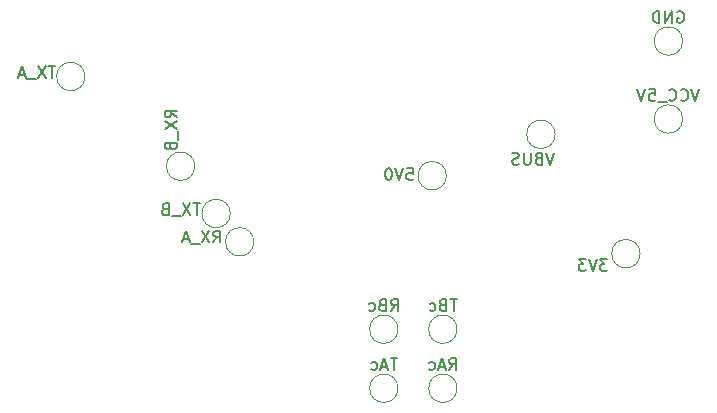
<source format=gbr>
%TF.GenerationSoftware,KiCad,Pcbnew,8.0.1*%
%TF.CreationDate,2024-03-30T20:31:03-07:00*%
%TF.ProjectId,babelfish,62616265-6c66-4697-9368-2e6b69636164,v0.3*%
%TF.SameCoordinates,Original*%
%TF.FileFunction,Legend,Bot*%
%TF.FilePolarity,Positive*%
%FSLAX46Y46*%
G04 Gerber Fmt 4.6, Leading zero omitted, Abs format (unit mm)*
G04 Created by KiCad (PCBNEW 8.0.1) date 2024-03-30 20:31:03*
%MOMM*%
%LPD*%
G01*
G04 APERTURE LIST*
%ADD10C,0.150000*%
%ADD11C,0.120000*%
%ADD12C,2.700000*%
%ADD13C,0.649987*%
%ADD14O,1.000000X2.100000*%
%ADD15O,1.000000X1.800000*%
%ADD16C,2.100000*%
%ADD17C,2.500000*%
%ADD18C,1.750000*%
%ADD19C,1.600000*%
%ADD20C,1.500000*%
%ADD21C,3.100000*%
%ADD22R,1.574803X1.574803*%
%ADD23C,1.574803*%
%ADD24C,5.000000*%
%ADD25C,2.000000*%
G04 APERTURE END LIST*
D10*
X37519047Y-16956819D02*
X37852380Y-16480628D01*
X38090475Y-16956819D02*
X38090475Y-15956819D01*
X38090475Y-15956819D02*
X37709523Y-15956819D01*
X37709523Y-15956819D02*
X37614285Y-16004438D01*
X37614285Y-16004438D02*
X37566666Y-16052057D01*
X37566666Y-16052057D02*
X37519047Y-16147295D01*
X37519047Y-16147295D02*
X37519047Y-16290152D01*
X37519047Y-16290152D02*
X37566666Y-16385390D01*
X37566666Y-16385390D02*
X37614285Y-16433009D01*
X37614285Y-16433009D02*
X37709523Y-16480628D01*
X37709523Y-16480628D02*
X38090475Y-16480628D01*
X36757142Y-16433009D02*
X36614285Y-16480628D01*
X36614285Y-16480628D02*
X36566666Y-16528247D01*
X36566666Y-16528247D02*
X36519047Y-16623485D01*
X36519047Y-16623485D02*
X36519047Y-16766342D01*
X36519047Y-16766342D02*
X36566666Y-16861580D01*
X36566666Y-16861580D02*
X36614285Y-16909200D01*
X36614285Y-16909200D02*
X36709523Y-16956819D01*
X36709523Y-16956819D02*
X37090475Y-16956819D01*
X37090475Y-16956819D02*
X37090475Y-15956819D01*
X37090475Y-15956819D02*
X36757142Y-15956819D01*
X36757142Y-15956819D02*
X36661904Y-16004438D01*
X36661904Y-16004438D02*
X36614285Y-16052057D01*
X36614285Y-16052057D02*
X36566666Y-16147295D01*
X36566666Y-16147295D02*
X36566666Y-16242533D01*
X36566666Y-16242533D02*
X36614285Y-16337771D01*
X36614285Y-16337771D02*
X36661904Y-16385390D01*
X36661904Y-16385390D02*
X36757142Y-16433009D01*
X36757142Y-16433009D02*
X37090475Y-16433009D01*
X35661904Y-16909200D02*
X35757142Y-16956819D01*
X35757142Y-16956819D02*
X35947618Y-16956819D01*
X35947618Y-16956819D02*
X36042856Y-16909200D01*
X36042856Y-16909200D02*
X36090475Y-16861580D01*
X36090475Y-16861580D02*
X36138094Y-16766342D01*
X36138094Y-16766342D02*
X36138094Y-16480628D01*
X36138094Y-16480628D02*
X36090475Y-16385390D01*
X36090475Y-16385390D02*
X36042856Y-16337771D01*
X36042856Y-16337771D02*
X35947618Y-16290152D01*
X35947618Y-16290152D02*
X35757142Y-16290152D01*
X35757142Y-16290152D02*
X35661904Y-16337771D01*
X22476190Y-11154819D02*
X22809523Y-10678628D01*
X23047618Y-11154819D02*
X23047618Y-10154819D01*
X23047618Y-10154819D02*
X22666666Y-10154819D01*
X22666666Y-10154819D02*
X22571428Y-10202438D01*
X22571428Y-10202438D02*
X22523809Y-10250057D01*
X22523809Y-10250057D02*
X22476190Y-10345295D01*
X22476190Y-10345295D02*
X22476190Y-10488152D01*
X22476190Y-10488152D02*
X22523809Y-10583390D01*
X22523809Y-10583390D02*
X22571428Y-10631009D01*
X22571428Y-10631009D02*
X22666666Y-10678628D01*
X22666666Y-10678628D02*
X23047618Y-10678628D01*
X22142856Y-10154819D02*
X21476190Y-11154819D01*
X21476190Y-10154819D02*
X22142856Y-11154819D01*
X21333333Y-11250057D02*
X20571428Y-11250057D01*
X20380951Y-10869104D02*
X19904761Y-10869104D01*
X20476189Y-11154819D02*
X20142856Y-10154819D01*
X20142856Y-10154819D02*
X19809523Y-11154819D01*
X38866666Y-4854819D02*
X39342856Y-4854819D01*
X39342856Y-4854819D02*
X39390475Y-5331009D01*
X39390475Y-5331009D02*
X39342856Y-5283390D01*
X39342856Y-5283390D02*
X39247618Y-5235771D01*
X39247618Y-5235771D02*
X39009523Y-5235771D01*
X39009523Y-5235771D02*
X38914285Y-5283390D01*
X38914285Y-5283390D02*
X38866666Y-5331009D01*
X38866666Y-5331009D02*
X38819047Y-5426247D01*
X38819047Y-5426247D02*
X38819047Y-5664342D01*
X38819047Y-5664342D02*
X38866666Y-5759580D01*
X38866666Y-5759580D02*
X38914285Y-5807200D01*
X38914285Y-5807200D02*
X39009523Y-5854819D01*
X39009523Y-5854819D02*
X39247618Y-5854819D01*
X39247618Y-5854819D02*
X39342856Y-5807200D01*
X39342856Y-5807200D02*
X39390475Y-5759580D01*
X38533332Y-4854819D02*
X38199999Y-5854819D01*
X38199999Y-5854819D02*
X37866666Y-4854819D01*
X37342856Y-4854819D02*
X37247618Y-4854819D01*
X37247618Y-4854819D02*
X37152380Y-4902438D01*
X37152380Y-4902438D02*
X37104761Y-4950057D01*
X37104761Y-4950057D02*
X37057142Y-5045295D01*
X37057142Y-5045295D02*
X37009523Y-5235771D01*
X37009523Y-5235771D02*
X37009523Y-5473866D01*
X37009523Y-5473866D02*
X37057142Y-5664342D01*
X37057142Y-5664342D02*
X37104761Y-5759580D01*
X37104761Y-5759580D02*
X37152380Y-5807200D01*
X37152380Y-5807200D02*
X37247618Y-5854819D01*
X37247618Y-5854819D02*
X37342856Y-5854819D01*
X37342856Y-5854819D02*
X37438094Y-5807200D01*
X37438094Y-5807200D02*
X37485713Y-5759580D01*
X37485713Y-5759580D02*
X37533332Y-5664342D01*
X37533332Y-5664342D02*
X37580951Y-5473866D01*
X37580951Y-5473866D02*
X37580951Y-5235771D01*
X37580951Y-5235771D02*
X37533332Y-5045295D01*
X37533332Y-5045295D02*
X37485713Y-4950057D01*
X37485713Y-4950057D02*
X37438094Y-4902438D01*
X37438094Y-4902438D02*
X37342856Y-4854819D01*
X55838094Y-12554819D02*
X55219047Y-12554819D01*
X55219047Y-12554819D02*
X55552380Y-12935771D01*
X55552380Y-12935771D02*
X55409523Y-12935771D01*
X55409523Y-12935771D02*
X55314285Y-12983390D01*
X55314285Y-12983390D02*
X55266666Y-13031009D01*
X55266666Y-13031009D02*
X55219047Y-13126247D01*
X55219047Y-13126247D02*
X55219047Y-13364342D01*
X55219047Y-13364342D02*
X55266666Y-13459580D01*
X55266666Y-13459580D02*
X55314285Y-13507200D01*
X55314285Y-13507200D02*
X55409523Y-13554819D01*
X55409523Y-13554819D02*
X55695237Y-13554819D01*
X55695237Y-13554819D02*
X55790475Y-13507200D01*
X55790475Y-13507200D02*
X55838094Y-13459580D01*
X54933332Y-12554819D02*
X54599999Y-13554819D01*
X54599999Y-13554819D02*
X54266666Y-12554819D01*
X54028570Y-12554819D02*
X53409523Y-12554819D01*
X53409523Y-12554819D02*
X53742856Y-12935771D01*
X53742856Y-12935771D02*
X53599999Y-12935771D01*
X53599999Y-12935771D02*
X53504761Y-12983390D01*
X53504761Y-12983390D02*
X53457142Y-13031009D01*
X53457142Y-13031009D02*
X53409523Y-13126247D01*
X53409523Y-13126247D02*
X53409523Y-13364342D01*
X53409523Y-13364342D02*
X53457142Y-13459580D01*
X53457142Y-13459580D02*
X53504761Y-13507200D01*
X53504761Y-13507200D02*
X53599999Y-13554819D01*
X53599999Y-13554819D02*
X53885713Y-13554819D01*
X53885713Y-13554819D02*
X53980951Y-13507200D01*
X53980951Y-13507200D02*
X54028570Y-13459580D01*
X61761904Y8395562D02*
X61857142Y8443181D01*
X61857142Y8443181D02*
X61999999Y8443181D01*
X61999999Y8443181D02*
X62142856Y8395562D01*
X62142856Y8395562D02*
X62238094Y8300324D01*
X62238094Y8300324D02*
X62285713Y8205086D01*
X62285713Y8205086D02*
X62333332Y8014610D01*
X62333332Y8014610D02*
X62333332Y7871753D01*
X62333332Y7871753D02*
X62285713Y7681277D01*
X62285713Y7681277D02*
X62238094Y7586039D01*
X62238094Y7586039D02*
X62142856Y7490800D01*
X62142856Y7490800D02*
X61999999Y7443181D01*
X61999999Y7443181D02*
X61904761Y7443181D01*
X61904761Y7443181D02*
X61761904Y7490800D01*
X61761904Y7490800D02*
X61714285Y7538420D01*
X61714285Y7538420D02*
X61714285Y7871753D01*
X61714285Y7871753D02*
X61904761Y7871753D01*
X61285713Y7443181D02*
X61285713Y8443181D01*
X61285713Y8443181D02*
X60714285Y7443181D01*
X60714285Y7443181D02*
X60714285Y8443181D01*
X60238094Y7443181D02*
X60238094Y8443181D01*
X60238094Y8443181D02*
X59999999Y8443181D01*
X59999999Y8443181D02*
X59857142Y8395562D01*
X59857142Y8395562D02*
X59761904Y8300324D01*
X59761904Y8300324D02*
X59714285Y8205086D01*
X59714285Y8205086D02*
X59666666Y8014610D01*
X59666666Y8014610D02*
X59666666Y7871753D01*
X59666666Y7871753D02*
X59714285Y7681277D01*
X59714285Y7681277D02*
X59761904Y7586039D01*
X59761904Y7586039D02*
X59857142Y7490800D01*
X59857142Y7490800D02*
X59999999Y7443181D01*
X59999999Y7443181D02*
X60238094Y7443181D01*
X21342856Y-7854819D02*
X20771428Y-7854819D01*
X21057142Y-8854819D02*
X21057142Y-7854819D01*
X20533332Y-7854819D02*
X19866666Y-8854819D01*
X19866666Y-7854819D02*
X20533332Y-8854819D01*
X19723809Y-8950057D02*
X18961904Y-8950057D01*
X18390475Y-8331009D02*
X18247618Y-8378628D01*
X18247618Y-8378628D02*
X18199999Y-8426247D01*
X18199999Y-8426247D02*
X18152380Y-8521485D01*
X18152380Y-8521485D02*
X18152380Y-8664342D01*
X18152380Y-8664342D02*
X18199999Y-8759580D01*
X18199999Y-8759580D02*
X18247618Y-8807200D01*
X18247618Y-8807200D02*
X18342856Y-8854819D01*
X18342856Y-8854819D02*
X18723808Y-8854819D01*
X18723808Y-8854819D02*
X18723808Y-7854819D01*
X18723808Y-7854819D02*
X18390475Y-7854819D01*
X18390475Y-7854819D02*
X18295237Y-7902438D01*
X18295237Y-7902438D02*
X18247618Y-7950057D01*
X18247618Y-7950057D02*
X18199999Y-8045295D01*
X18199999Y-8045295D02*
X18199999Y-8140533D01*
X18199999Y-8140533D02*
X18247618Y-8235771D01*
X18247618Y-8235771D02*
X18295237Y-8283390D01*
X18295237Y-8283390D02*
X18390475Y-8331009D01*
X18390475Y-8331009D02*
X18723808Y-8331009D01*
X43114285Y-15956819D02*
X42542857Y-15956819D01*
X42828571Y-16956819D02*
X42828571Y-15956819D01*
X41876190Y-16433009D02*
X41733333Y-16480628D01*
X41733333Y-16480628D02*
X41685714Y-16528247D01*
X41685714Y-16528247D02*
X41638095Y-16623485D01*
X41638095Y-16623485D02*
X41638095Y-16766342D01*
X41638095Y-16766342D02*
X41685714Y-16861580D01*
X41685714Y-16861580D02*
X41733333Y-16909200D01*
X41733333Y-16909200D02*
X41828571Y-16956819D01*
X41828571Y-16956819D02*
X42209523Y-16956819D01*
X42209523Y-16956819D02*
X42209523Y-15956819D01*
X42209523Y-15956819D02*
X41876190Y-15956819D01*
X41876190Y-15956819D02*
X41780952Y-16004438D01*
X41780952Y-16004438D02*
X41733333Y-16052057D01*
X41733333Y-16052057D02*
X41685714Y-16147295D01*
X41685714Y-16147295D02*
X41685714Y-16242533D01*
X41685714Y-16242533D02*
X41733333Y-16337771D01*
X41733333Y-16337771D02*
X41780952Y-16385390D01*
X41780952Y-16385390D02*
X41876190Y-16433009D01*
X41876190Y-16433009D02*
X42209523Y-16433009D01*
X40780952Y-16909200D02*
X40876190Y-16956819D01*
X40876190Y-16956819D02*
X41066666Y-16956819D01*
X41066666Y-16956819D02*
X41161904Y-16909200D01*
X41161904Y-16909200D02*
X41209523Y-16861580D01*
X41209523Y-16861580D02*
X41257142Y-16766342D01*
X41257142Y-16766342D02*
X41257142Y-16480628D01*
X41257142Y-16480628D02*
X41209523Y-16385390D01*
X41209523Y-16385390D02*
X41161904Y-16337771D01*
X41161904Y-16337771D02*
X41066666Y-16290152D01*
X41066666Y-16290152D02*
X40876190Y-16290152D01*
X40876190Y-16290152D02*
X40780952Y-16337771D01*
X42447619Y-21956819D02*
X42780952Y-21480628D01*
X43019047Y-21956819D02*
X43019047Y-20956819D01*
X43019047Y-20956819D02*
X42638095Y-20956819D01*
X42638095Y-20956819D02*
X42542857Y-21004438D01*
X42542857Y-21004438D02*
X42495238Y-21052057D01*
X42495238Y-21052057D02*
X42447619Y-21147295D01*
X42447619Y-21147295D02*
X42447619Y-21290152D01*
X42447619Y-21290152D02*
X42495238Y-21385390D01*
X42495238Y-21385390D02*
X42542857Y-21433009D01*
X42542857Y-21433009D02*
X42638095Y-21480628D01*
X42638095Y-21480628D02*
X43019047Y-21480628D01*
X42066666Y-21671104D02*
X41590476Y-21671104D01*
X42161904Y-21956819D02*
X41828571Y-20956819D01*
X41828571Y-20956819D02*
X41495238Y-21956819D01*
X40733333Y-21909200D02*
X40828571Y-21956819D01*
X40828571Y-21956819D02*
X41019047Y-21956819D01*
X41019047Y-21956819D02*
X41114285Y-21909200D01*
X41114285Y-21909200D02*
X41161904Y-21861580D01*
X41161904Y-21861580D02*
X41209523Y-21766342D01*
X41209523Y-21766342D02*
X41209523Y-21480628D01*
X41209523Y-21480628D02*
X41161904Y-21385390D01*
X41161904Y-21385390D02*
X41114285Y-21337771D01*
X41114285Y-21337771D02*
X41019047Y-21290152D01*
X41019047Y-21290152D02*
X40828571Y-21290152D01*
X40828571Y-21290152D02*
X40733333Y-21337771D01*
X38042856Y-20956819D02*
X37471428Y-20956819D01*
X37757142Y-21956819D02*
X37757142Y-20956819D01*
X37185713Y-21671104D02*
X36709523Y-21671104D01*
X37280951Y-21956819D02*
X36947618Y-20956819D01*
X36947618Y-20956819D02*
X36614285Y-21956819D01*
X35852380Y-21909200D02*
X35947618Y-21956819D01*
X35947618Y-21956819D02*
X36138094Y-21956819D01*
X36138094Y-21956819D02*
X36233332Y-21909200D01*
X36233332Y-21909200D02*
X36280951Y-21861580D01*
X36280951Y-21861580D02*
X36328570Y-21766342D01*
X36328570Y-21766342D02*
X36328570Y-21480628D01*
X36328570Y-21480628D02*
X36280951Y-21385390D01*
X36280951Y-21385390D02*
X36233332Y-21337771D01*
X36233332Y-21337771D02*
X36138094Y-21290152D01*
X36138094Y-21290152D02*
X35947618Y-21290152D01*
X35947618Y-21290152D02*
X35852380Y-21337771D01*
X9071428Y3745181D02*
X8500000Y3745181D01*
X8785714Y2745181D02*
X8785714Y3745181D01*
X8261904Y3745181D02*
X7595238Y2745181D01*
X7595238Y3745181D02*
X8261904Y2745181D01*
X7452381Y2649943D02*
X6690476Y2649943D01*
X6499999Y3030896D02*
X6023809Y3030896D01*
X6595237Y2745181D02*
X6261904Y3745181D01*
X6261904Y3745181D02*
X5928571Y2745181D01*
X19354819Y-552380D02*
X18878628Y-219047D01*
X19354819Y19048D02*
X18354819Y19048D01*
X18354819Y19048D02*
X18354819Y-361904D01*
X18354819Y-361904D02*
X18402438Y-457142D01*
X18402438Y-457142D02*
X18450057Y-504761D01*
X18450057Y-504761D02*
X18545295Y-552380D01*
X18545295Y-552380D02*
X18688152Y-552380D01*
X18688152Y-552380D02*
X18783390Y-504761D01*
X18783390Y-504761D02*
X18831009Y-457142D01*
X18831009Y-457142D02*
X18878628Y-361904D01*
X18878628Y-361904D02*
X18878628Y19048D01*
X18354819Y-885714D02*
X19354819Y-1552380D01*
X18354819Y-1552380D02*
X19354819Y-885714D01*
X19450057Y-1695238D02*
X19450057Y-2457142D01*
X18831009Y-3028571D02*
X18878628Y-3171428D01*
X18878628Y-3171428D02*
X18926247Y-3219047D01*
X18926247Y-3219047D02*
X19021485Y-3266666D01*
X19021485Y-3266666D02*
X19164342Y-3266666D01*
X19164342Y-3266666D02*
X19259580Y-3219047D01*
X19259580Y-3219047D02*
X19307200Y-3171428D01*
X19307200Y-3171428D02*
X19354819Y-3076190D01*
X19354819Y-3076190D02*
X19354819Y-2695238D01*
X19354819Y-2695238D02*
X18354819Y-2695238D01*
X18354819Y-2695238D02*
X18354819Y-3028571D01*
X18354819Y-3028571D02*
X18402438Y-3123809D01*
X18402438Y-3123809D02*
X18450057Y-3171428D01*
X18450057Y-3171428D02*
X18545295Y-3219047D01*
X18545295Y-3219047D02*
X18640533Y-3219047D01*
X18640533Y-3219047D02*
X18735771Y-3171428D01*
X18735771Y-3171428D02*
X18783390Y-3123809D01*
X18783390Y-3123809D02*
X18831009Y-3028571D01*
X18831009Y-3028571D02*
X18831009Y-2695238D01*
X51333332Y-3554819D02*
X50999999Y-4554819D01*
X50999999Y-4554819D02*
X50666666Y-3554819D01*
X49999999Y-4031009D02*
X49857142Y-4078628D01*
X49857142Y-4078628D02*
X49809523Y-4126247D01*
X49809523Y-4126247D02*
X49761904Y-4221485D01*
X49761904Y-4221485D02*
X49761904Y-4364342D01*
X49761904Y-4364342D02*
X49809523Y-4459580D01*
X49809523Y-4459580D02*
X49857142Y-4507200D01*
X49857142Y-4507200D02*
X49952380Y-4554819D01*
X49952380Y-4554819D02*
X50333332Y-4554819D01*
X50333332Y-4554819D02*
X50333332Y-3554819D01*
X50333332Y-3554819D02*
X49999999Y-3554819D01*
X49999999Y-3554819D02*
X49904761Y-3602438D01*
X49904761Y-3602438D02*
X49857142Y-3650057D01*
X49857142Y-3650057D02*
X49809523Y-3745295D01*
X49809523Y-3745295D02*
X49809523Y-3840533D01*
X49809523Y-3840533D02*
X49857142Y-3935771D01*
X49857142Y-3935771D02*
X49904761Y-3983390D01*
X49904761Y-3983390D02*
X49999999Y-4031009D01*
X49999999Y-4031009D02*
X50333332Y-4031009D01*
X49333332Y-3554819D02*
X49333332Y-4364342D01*
X49333332Y-4364342D02*
X49285713Y-4459580D01*
X49285713Y-4459580D02*
X49238094Y-4507200D01*
X49238094Y-4507200D02*
X49142856Y-4554819D01*
X49142856Y-4554819D02*
X48952380Y-4554819D01*
X48952380Y-4554819D02*
X48857142Y-4507200D01*
X48857142Y-4507200D02*
X48809523Y-4459580D01*
X48809523Y-4459580D02*
X48761904Y-4364342D01*
X48761904Y-4364342D02*
X48761904Y-3554819D01*
X48333332Y-4507200D02*
X48190475Y-4554819D01*
X48190475Y-4554819D02*
X47952380Y-4554819D01*
X47952380Y-4554819D02*
X47857142Y-4507200D01*
X47857142Y-4507200D02*
X47809523Y-4459580D01*
X47809523Y-4459580D02*
X47761904Y-4364342D01*
X47761904Y-4364342D02*
X47761904Y-4269104D01*
X47761904Y-4269104D02*
X47809523Y-4173866D01*
X47809523Y-4173866D02*
X47857142Y-4126247D01*
X47857142Y-4126247D02*
X47952380Y-4078628D01*
X47952380Y-4078628D02*
X48142856Y-4031009D01*
X48142856Y-4031009D02*
X48238094Y-3983390D01*
X48238094Y-3983390D02*
X48285713Y-3935771D01*
X48285713Y-3935771D02*
X48333332Y-3840533D01*
X48333332Y-3840533D02*
X48333332Y-3745295D01*
X48333332Y-3745295D02*
X48285713Y-3650057D01*
X48285713Y-3650057D02*
X48238094Y-3602438D01*
X48238094Y-3602438D02*
X48142856Y-3554819D01*
X48142856Y-3554819D02*
X47904761Y-3554819D01*
X47904761Y-3554819D02*
X47761904Y-3602438D01*
X63619047Y1843181D02*
X63285714Y843181D01*
X63285714Y843181D02*
X62952381Y1843181D01*
X62047619Y938420D02*
X62095238Y890800D01*
X62095238Y890800D02*
X62238095Y843181D01*
X62238095Y843181D02*
X62333333Y843181D01*
X62333333Y843181D02*
X62476190Y890800D01*
X62476190Y890800D02*
X62571428Y986039D01*
X62571428Y986039D02*
X62619047Y1081277D01*
X62619047Y1081277D02*
X62666666Y1271753D01*
X62666666Y1271753D02*
X62666666Y1414610D01*
X62666666Y1414610D02*
X62619047Y1605086D01*
X62619047Y1605086D02*
X62571428Y1700324D01*
X62571428Y1700324D02*
X62476190Y1795562D01*
X62476190Y1795562D02*
X62333333Y1843181D01*
X62333333Y1843181D02*
X62238095Y1843181D01*
X62238095Y1843181D02*
X62095238Y1795562D01*
X62095238Y1795562D02*
X62047619Y1747943D01*
X61047619Y938420D02*
X61095238Y890800D01*
X61095238Y890800D02*
X61238095Y843181D01*
X61238095Y843181D02*
X61333333Y843181D01*
X61333333Y843181D02*
X61476190Y890800D01*
X61476190Y890800D02*
X61571428Y986039D01*
X61571428Y986039D02*
X61619047Y1081277D01*
X61619047Y1081277D02*
X61666666Y1271753D01*
X61666666Y1271753D02*
X61666666Y1414610D01*
X61666666Y1414610D02*
X61619047Y1605086D01*
X61619047Y1605086D02*
X61571428Y1700324D01*
X61571428Y1700324D02*
X61476190Y1795562D01*
X61476190Y1795562D02*
X61333333Y1843181D01*
X61333333Y1843181D02*
X61238095Y1843181D01*
X61238095Y1843181D02*
X61095238Y1795562D01*
X61095238Y1795562D02*
X61047619Y1747943D01*
X60857143Y747943D02*
X60095238Y747943D01*
X59380952Y1843181D02*
X59857142Y1843181D01*
X59857142Y1843181D02*
X59904761Y1366991D01*
X59904761Y1366991D02*
X59857142Y1414610D01*
X59857142Y1414610D02*
X59761904Y1462229D01*
X59761904Y1462229D02*
X59523809Y1462229D01*
X59523809Y1462229D02*
X59428571Y1414610D01*
X59428571Y1414610D02*
X59380952Y1366991D01*
X59380952Y1366991D02*
X59333333Y1271753D01*
X59333333Y1271753D02*
X59333333Y1033658D01*
X59333333Y1033658D02*
X59380952Y938420D01*
X59380952Y938420D02*
X59428571Y890800D01*
X59428571Y890800D02*
X59523809Y843181D01*
X59523809Y843181D02*
X59761904Y843181D01*
X59761904Y843181D02*
X59857142Y890800D01*
X59857142Y890800D02*
X59904761Y938420D01*
X59047618Y1843181D02*
X58714285Y843181D01*
X58714285Y843181D02*
X58380952Y1843181D01*
D11*
%TO.C,RBc*%
X38100000Y-18500000D02*
G75*
G02*
X35700000Y-18500000I-1200000J0D01*
G01*
X35700000Y-18500000D02*
G75*
G02*
X38100000Y-18500000I1200000J0D01*
G01*
%TO.C,RX_A*%
X25900000Y-11100000D02*
G75*
G02*
X23500000Y-11100000I-1200000J0D01*
G01*
X23500000Y-11100000D02*
G75*
G02*
X25900000Y-11100000I1200000J0D01*
G01*
%TO.C,5V0*%
X42200000Y-5500000D02*
G75*
G02*
X39800000Y-5500000I-1200000J0D01*
G01*
X39800000Y-5500000D02*
G75*
G02*
X42200000Y-5500000I1200000J0D01*
G01*
%TO.C,3V3*%
X58600000Y-12100000D02*
G75*
G02*
X56200000Y-12100000I-1200000J0D01*
G01*
X56200000Y-12100000D02*
G75*
G02*
X58600000Y-12100000I1200000J0D01*
G01*
%TO.C,GND*%
X62200000Y5900000D02*
G75*
G02*
X59800000Y5900000I-1200000J0D01*
G01*
X59800000Y5900000D02*
G75*
G02*
X62200000Y5900000I1200000J0D01*
G01*
%TO.C,TX_B*%
X23900000Y-8700000D02*
G75*
G02*
X21500000Y-8700000I-1200000J0D01*
G01*
X21500000Y-8700000D02*
G75*
G02*
X23900000Y-8700000I1200000J0D01*
G01*
%TO.C,TBc*%
X43100000Y-18500000D02*
G75*
G02*
X40700000Y-18500000I-1200000J0D01*
G01*
X40700000Y-18500000D02*
G75*
G02*
X43100000Y-18500000I1200000J0D01*
G01*
%TO.C,RAc*%
X43100000Y-23500000D02*
G75*
G02*
X40700000Y-23500000I-1200000J0D01*
G01*
X40700000Y-23500000D02*
G75*
G02*
X43100000Y-23500000I1200000J0D01*
G01*
%TO.C,TAc*%
X38100000Y-23500000D02*
G75*
G02*
X35700000Y-23500000I-1200000J0D01*
G01*
X35700000Y-23500000D02*
G75*
G02*
X38100000Y-23500000I1200000J0D01*
G01*
%TO.C,TX_A*%
X11600000Y2900000D02*
G75*
G02*
X9200000Y2900000I-1200000J0D01*
G01*
X9200000Y2900000D02*
G75*
G02*
X11600000Y2900000I1200000J0D01*
G01*
%TO.C,RX_B*%
X20900000Y-4700000D02*
G75*
G02*
X18500000Y-4700000I-1200000J0D01*
G01*
X18500000Y-4700000D02*
G75*
G02*
X20900000Y-4700000I1200000J0D01*
G01*
%TO.C,VBUS*%
X51400000Y-2000000D02*
G75*
G02*
X49000000Y-2000000I-1200000J0D01*
G01*
X49000000Y-2000000D02*
G75*
G02*
X51400000Y-2000000I1200000J0D01*
G01*
%TO.C,VCC_5V*%
X62200000Y-700000D02*
G75*
G02*
X59800000Y-700000I-1200000J0D01*
G01*
X59800000Y-700000D02*
G75*
G02*
X62200000Y-700000I1200000J0D01*
G01*
%TD*%
%LPC*%
D12*
%TO.C,H4*%
X-2600000Y13500000D03*
%TD*%
D13*
%TO.C,U3*%
X36205383Y10730787D03*
X30415442Y10730787D03*
D14*
X37625500Y10230914D03*
X28985419Y10230914D03*
D15*
X28985419Y14411000D03*
X37625500Y14411000D03*
%TD*%
D16*
%TO.C,J2*%
X43070000Y14040000D03*
D17*
X49540000Y11500000D03*
D18*
X48210000Y14040000D03*
X46940000Y11500000D03*
X45670000Y14040000D03*
X44400000Y11500000D03*
%TD*%
D12*
%TO.C,H1*%
X-2600000Y-23000000D03*
%TD*%
D19*
%TO.C,DIP1*%
X9234601Y-22798217D03*
X11774606Y-22798217D03*
X14314611Y-22798217D03*
X16854616Y-22798217D03*
X19394622Y-22798217D03*
X21934627Y-22798217D03*
X24474632Y-22798217D03*
X27014637Y-22798217D03*
X27014637Y-15178201D03*
X24474632Y-15178201D03*
X21934627Y-15178201D03*
X19394622Y-15178201D03*
X16854616Y-15178201D03*
X14314611Y-15178201D03*
X11774606Y-15178201D03*
X9234601Y-15178201D03*
%TD*%
D20*
%TO.C,J4*%
X36800000Y-13390000D03*
X39300000Y-13390000D03*
X41300000Y-13390000D03*
X43800000Y-13390000D03*
D21*
X33300000Y-16100000D03*
X47300000Y-16100000D03*
%TD*%
D12*
%TO.C,H3*%
X61900000Y13500000D03*
%TD*%
%TO.C,H2*%
X61900000Y-23000000D03*
%TD*%
D22*
%TO.C,J3*%
X54480137Y619812D03*
D23*
X54480137Y-2140157D03*
X54480137Y-4900127D03*
X54480137Y-7660097D03*
X54480137Y-10420066D03*
X57320117Y-760173D03*
X57320117Y-3520142D03*
X57320117Y-6280112D03*
X57320117Y-9040081D03*
D24*
X55900000Y7600000D03*
X55900000Y-17400000D03*
%TD*%
D25*
%TO.C,RBc*%
X36900000Y-18500000D03*
%TD*%
%TO.C,RX_A*%
X24700000Y-11100000D03*
%TD*%
%TO.C,5V0*%
X41000000Y-5500000D03*
%TD*%
%TO.C,3V3*%
X57400000Y-12100000D03*
%TD*%
%TO.C,GND*%
X61000000Y5900000D03*
%TD*%
%TO.C,TX_B*%
X22700000Y-8700000D03*
%TD*%
%TO.C,TBc*%
X41900000Y-18500000D03*
%TD*%
%TO.C,RAc*%
X41900000Y-23500000D03*
%TD*%
%TO.C,TAc*%
X36900000Y-23500000D03*
%TD*%
%TO.C,TX_A*%
X10400000Y2900000D03*
%TD*%
%TO.C,RX_B*%
X19700000Y-4700000D03*
%TD*%
%TO.C,VBUS*%
X50200000Y-2000000D03*
%TD*%
%TO.C,VCC_5V*%
X61000000Y-700000D03*
%TD*%
%LPD*%
M02*

</source>
